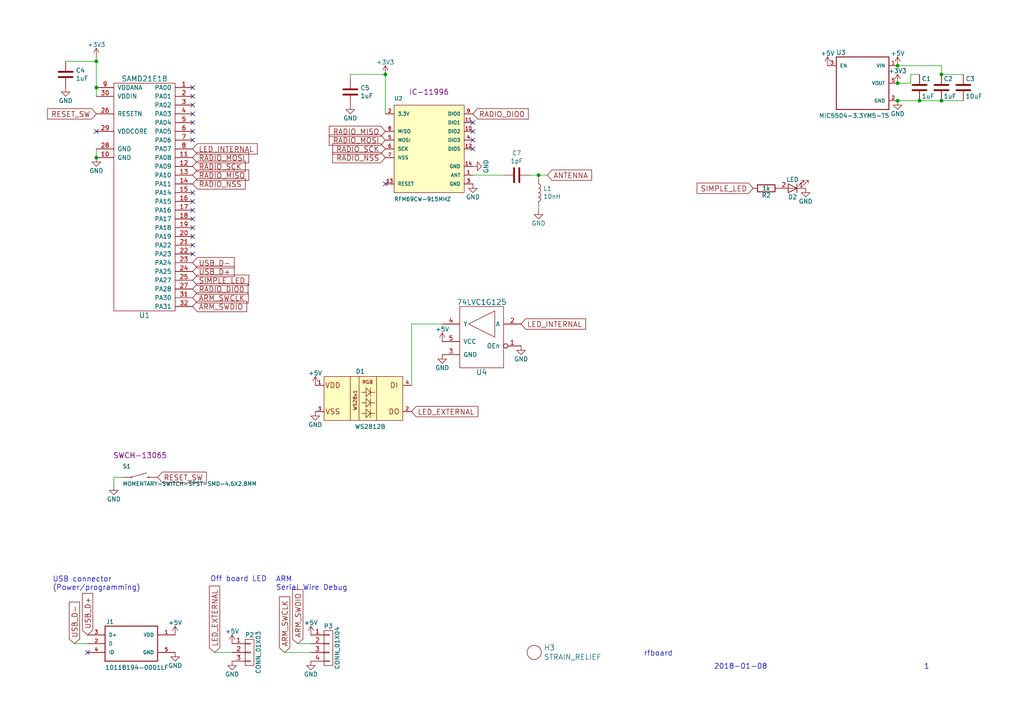
<source format=kicad_sch>
(kicad_sch (version 20230121) (generator eeschema)
  (paper "A4")
  (lib_symbols
    (symbol "Device:C" (pin_numbers hide) (pin_names (offset 0.254))
      (property "Reference" "C" (at 0.635 2.54 0))
      (property "Value" "C" (at 0.635 -2.54 0))
      (symbol "C_0_1"
        (polyline (pts (xy -2.032 -0.762) (xy 2.032 -0.762)) (stroke (width 0.508)))
        (polyline (pts (xy -2.032 0.762) (xy 2.032 0.762)) (stroke (width 0.508)))
      )
      (symbol "C_1_1"
        (pin passive line (at 0 3.81 270) (length 2.794) (name "~") (number "1"))
        (pin passive line (at 0 -3.81 90) (length 2.794) (name "~") (number "2"))
      )
    )
    (symbol "Device:L" (pin_numbers hide) (pin_names (offset 1.016) hide)
      (property "Reference" "L" (at -1.27 0 90))
      (property "Value" "L" (at 1.905 0 90))
      (symbol "L_0_1"
        (arc (start 0 -2.54) (mid 0.6323 -1.905) (end 0 -1.27))
        (arc (start 0 -1.27) (mid 0.6323 -0.635) (end 0 0))
        (arc (start 0 0) (mid 0.6323 0.635) (end 0 1.27))
        (arc (start 0 1.27) (mid 0.6323 1.905) (end 0 2.54))
      )
      (symbol "L_1_1"
        (pin passive line (at 0 3.81 270) (length 1.27) (name "1") (number "1"))
        (pin passive line (at 0 -3.81 90) (length 1.27) (name "2") (number "2"))
      )
    )
    (symbol "power:+3V3" (power) (pin_names (offset 0))
      (property "Value" "+3V3" (at 0 3.556 0))
      (symbol "+3V3_0_1"
        (polyline (pts (xy -0.762 1.27) (xy 0 2.54)))
        (polyline (pts (xy 0 0) (xy 0 2.54)))
        (polyline (pts (xy 0 2.54) (xy 0.762 1.27)))
      )
      (symbol "+3V3_1_1"
        (pin power_in line (at 0 0 90) (length 0) hide (name "+3V3") (number "1"))
      )
    )
    (symbol "power:+5V" (power) (pin_names (offset 0))
      (property "Value" "+5V" (at 0 3.556 0))
      (symbol "+5V_0_1"
        (polyline (pts (xy -0.762 1.27) (xy 0 2.54)))
        (polyline (pts (xy 0 0) (xy 0 2.54)))
        (polyline (pts (xy 0 2.54) (xy 0.762 1.27)))
      )
      (symbol "+5V_1_1"
        (pin power_in line (at 0 0 90) (length 0) hide (name "+5V") (number "1"))
      )
    )
    (symbol "power:GND" (power) (pin_names (offset 0))
      (property "Value" "GND" (at 0 -3.81 0))
      (symbol "GND_0_1"
        (polyline (pts (xy 0 0) (xy 0 -1.27) (xy 1.27 -1.27) (xy 0 -2.54) (xy -1.27 -1.27) (xy 0 -1.27)))
      )
      (symbol "GND_1_1"
        (pin power_in line (at 0 0 270) (length 0) hide (name "GND") (number "1"))
      )
    )
    (symbol "rfboard-rescue:10118194-0001LF-10118194-0001LF" (pin_names (offset 1.016))
      (property "Reference" "J" (at -7.366 5.588 0))
      (property "Value" "10118194-0001LF_10118194-0001LF" (at -7.6454 -7.6454 0))
      (symbol "10118194-0001LF-10118194-0001LF_0_0"
        (polyline (pts (xy -7.62 -5.08) (xy 7.62 -5.08)) (stroke (width 0.254)))
        (polyline (pts (xy -7.62 5.08) (xy -7.62 -5.08)) (stroke (width 0.254)))
        (polyline (pts (xy 7.62 -5.08) (xy 7.62 5.08)) (stroke (width 0.254)))
        (polyline (pts (xy 7.62 5.08) (xy -7.62 5.08)) (stroke (width 0.254)))
        (pin power_out line (at 12.7 2.54 180) (length 5.08) (name "VDD") (number "1"))
        (pin bidirectional line (at -12.7 0 0) (length 5.08) (name "D") (number "2"))
        (pin bidirectional line (at -12.7 2.54 0) (length 5.08) (name "D+") (number "3"))
        (pin passive line (at -12.7 -2.54 0) (length 5.08) (name "ID") (number "4"))
        (pin power_out line (at 12.7 -2.54 180) (length 5.08) (name "GND") (number "5"))
      )
    )
    (symbol "rfboard-rescue:74LVC1G125" (pin_names (offset 1.016))
      (property "Reference" "U" (at 1.27 -12.7 0))
      (property "Value" "74LVC1G125" (at 1.27 7.62 0))
      (symbol "74LVC1G125_0_1"
        (rectangle (start -5.08 6.35) (end 7.62 -11.43))
        (polyline (pts (xy -2.54 5.08) (xy -2.54 -2.54)))
        (polyline (pts (xy -2.54 -2.54) (xy 5.08 1.27) (xy -2.54 5.08)))
      )
      (symbol "74LVC1G125_1_1"
        (pin input inverted (at -10.16 -5.08 0) (length 5.08) (name "OEn") (number "1"))
        (pin input line (at -10.16 1.27 0) (length 5.08) (name "A") (number "2"))
        (pin power_in line (at 12.7 -7.62 180) (length 5.08) (name "GND") (number "3"))
        (pin output line (at 12.7 1.27 180) (length 5.08) (name "Y") (number "4"))
        (pin power_in line (at 12.7 -3.81 180) (length 5.08) (name "VCC") (number "5"))
      )
    )
    (symbol "rfboard-rescue:C" (pin_numbers hide) (pin_names (offset 0.254))
      (property "Reference" "C" (at 0.635 2.54 0))
      (property "Value" "C" (at 0.635 -2.54 0))
      (symbol "C_0_1"
        (polyline (pts (xy -2.032 -0.762) (xy 2.032 -0.762)) (stroke (width 0.508)))
        (polyline (pts (xy -2.032 0.762) (xy 2.032 0.762)) (stroke (width 0.508)))
      )
      (symbol "C_1_1"
        (pin passive line (at 0 3.81 270) (length 2.794) (name "~") (number "1"))
        (pin passive line (at 0 -3.81 90) (length 2.794) (name "~") (number "2"))
      )
    )
    (symbol "rfboard-rescue:CONN_01X03" (pin_names (offset 1.016) hide)
      (property "Reference" "J" (at 0 5.08 0))
      (property "Value" "CONN_01X03" (at 2.54 0 90))
      (symbol "CONN_01X03_0_1"
        (rectangle (start -1.27 -2.413) (end 0.254 -2.667))
        (rectangle (start -1.27 0.127) (end 0.254 -0.127))
        (rectangle (start -1.27 2.667) (end 0.254 2.413))
        (rectangle (start -1.27 3.81) (end 1.27 -3.81))
      )
      (symbol "CONN_01X03_1_1"
        (pin passive line (at -5.08 2.54 0) (length 3.81) (name "P1") (number "1"))
        (pin passive line (at -5.08 0 0) (length 3.81) (name "P2") (number "2"))
        (pin passive line (at -5.08 -2.54 0) (length 3.81) (name "P3") (number "3"))
      )
    )
    (symbol "rfboard-rescue:CONN_01X04" (pin_names (offset 1.016) hide)
      (property "Reference" "J" (at 0 6.35 0))
      (property "Value" "CONN_01X04" (at 2.54 0 90))
      (symbol "CONN_01X04_0_1"
        (rectangle (start -1.27 -3.683) (end 0.254 -3.937))
        (rectangle (start -1.27 -1.143) (end 0.254 -1.397))
        (rectangle (start -1.27 1.397) (end 0.254 1.143))
        (rectangle (start -1.27 3.937) (end 0.254 3.683))
        (rectangle (start -1.27 5.08) (end 1.27 -5.08))
      )
      (symbol "CONN_01X04_1_1"
        (pin passive line (at -5.08 3.81 0) (length 3.81) (name "P1") (number "1"))
        (pin passive line (at -5.08 1.27 0) (length 3.81) (name "P2") (number "2"))
        (pin passive line (at -5.08 -1.27 0) (length 3.81) (name "P3") (number "3"))
        (pin passive line (at -5.08 -3.81 0) (length 3.81) (name "P4") (number "4"))
      )
    )
    (symbol "rfboard-rescue:HOLE-Homebrew" (pin_names (offset 1.016))
      (property "Reference" "H" (at 0 -3.302 0))
      (property "Value" "Homebrew_HOLE" (at 0 3.048 0))
      (symbol "HOLE-Homebrew_0_1"
        (circle (center 0 0) (radius 2.0574))
      )
    )
    (symbol "rfboard-rescue:LED" (pin_names (offset 1.016) hide)
      (property "Reference" "D" (at 0 2.54 0))
      (property "Value" "LED" (at 0 -2.54 0))
      (symbol "LED_0_1"
        (polyline (pts (xy -1.27 -1.27) (xy -1.27 1.27)) (stroke (width 0.2032)))
        (polyline (pts (xy -1.27 0) (xy 1.27 0)))
        (polyline (pts (xy 1.27 -1.27) (xy 1.27 1.27) (xy -1.27 0) (xy 1.27 -1.27)) (stroke (width 0.2032)))
        (polyline (pts (xy -3.048 -0.762) (xy -4.572 -2.286) (xy -3.81 -2.286) (xy -4.572 -2.286) (xy -4.572 -1.524)))
        (polyline (pts (xy -1.778 -0.762) (xy -3.302 -2.286) (xy -2.54 -2.286) (xy -3.302 -2.286) (xy -3.302 -1.524)))
      )
      (symbol "LED_1_1"
        (pin passive line (at -3.81 0 0) (length 2.54) (name "K") (number "1"))
        (pin passive line (at 3.81 0 180) (length 2.54) (name "A") (number "2"))
      )
    )
    (symbol "rfboard-rescue:MIC5504-3.3YM5-T5-MIC5504-3.3YM5-T5" (pin_names (offset 1.016))
      (property "Reference" "U" (at -7.6454 8.1534 0))
      (property "Value" "MIC5504-3.3YM5-T5_MIC5504-3.3YM5-T5" (at -7.6454 -10.1854 0))
      (symbol "MIC5504-3.3YM5-T5-MIC5504-3.3YM5-T5_0_0"
        (polyline (pts (xy -7.62 -7.62) (xy 7.62 -7.62)) (stroke (width 0.254)))
        (polyline (pts (xy -7.62 7.62) (xy -7.62 -7.62)) (stroke (width 0.254)))
        (polyline (pts (xy 7.62 -7.62) (xy 7.62 7.62)) (stroke (width 0.254)))
        (polyline (pts (xy 7.62 7.62) (xy -7.62 7.62)) (stroke (width 0.254)))
        (pin power_in line (at 10.16 5.08 180) (length 2.54) (name "VIN") (number "1"))
        (pin power_in line (at 10.16 -5.08 180) (length 2.54) (name "GND") (number "2"))
        (pin input line (at -10.16 5.08 0) (length 2.54) (name "EN") (number "3"))
        (pin output line (at 10.16 0 180) (length 2.54) (name "VOUT") (number "5"))
      )
    )
    (symbol "rfboard-rescue:MOMENTARY-SWITCH-SPST-SMD-4.6X2.8MM-SparkFun-Switches" (pin_numbers hide) (pin_names (offset 1.016) hide)
      (property "Reference" "S" (at -5.08 2.54 0))
      (property "Value" "SparkFun-Switches_MOMENTARY-SWITCH-SPST-SMD-4.6X2.8MM" (at -5.08 -2.54 0))
      (property "Field4" "SWCH-13065" (at 0 6.35 0))
      (symbol "MOMENTARY-SWITCH-SPST-SMD-4.6X2.8MM-SparkFun-Switches_1_0"
        (polyline (pts (xy -2.54 0) (xy 1.905 1.27)))
        (polyline (pts (xy 1.905 0) (xy 2.54 0)))
      )
      (symbol "MOMENTARY-SWITCH-SPST-SMD-4.6X2.8MM-SparkFun-Switches_1_1"
        (circle (center -2.54 0) (radius 0.127) (fill (type outline)))
        (circle (center 2.54 0) (radius 0.127) (fill (type outline)))
        (pin passive line (at -5.08 0 0) (length 2.54) (name "1") (number "1"))
        (pin passive line (at -5.08 0 0) (length 2.54) hide (name "1") (number "2"))
        (pin passive line (at 5.08 0 180) (length 2.54) (name "2") (number "3"))
        (pin passive line (at 5.08 0 180) (length 2.54) hide (name "2") (number "4"))
      )
    )
    (symbol "rfboard-rescue:R" (pin_numbers hide) (pin_names (offset 0))
      (property "Reference" "R" (at 2.032 0 90))
      (property "Value" "R" (at 0 0 90))
      (symbol "R_0_1"
        (rectangle (start -1.016 -2.54) (end 1.016 2.54) (stroke (width 0.254)))
      )
      (symbol "R_1_1"
        (pin passive line (at 0 3.81 270) (length 1.27) (name "~") (number "1"))
        (pin passive line (at 0 -3.81 90) (length 1.27) (name "~") (number "2"))
      )
    )
    (symbol "rfboard-rescue:RFM69CW-915MHZ-SparkFun-RF" (pin_names (offset 1.016))
      (property "Reference" "U" (at -10.16 13.97 0))
      (property "Value" "SparkFun-RF_RFM69CW-915MHZ" (at -10.16 -15.24 0))
      (property "Field4" "IC-11996" (at 0 16.51 0))
      (symbol "RFM69CW-915MHZ-SparkFun-RF_1_1"
        (polyline (pts (xy -10.16 12.7) (xy -10.16 -12.7) (xy 10.16 -12.7) (xy 10.16 12.7) (xy -10.16 12.7)) (fill (type background)))
        (pin passive line (at 12.7 -7.62 180) (length 2.54) (name "ANT") (number "1"))
        (pin bidirectional line (at 12.7 5.08 180) (length 2.54) (name "DIO2") (number "10"))
        (pin bidirectional line (at 12.7 7.62 180) (length 2.54) (name "DIO1") (number "11"))
        (pin bidirectional line (at 12.7 0 180) (length 2.54) (name "DIO5") (number "12"))
        (pin input line (at -12.7 -10.16 0) (length 2.54) (name "RESET") (number "13"))
        (pin power_in line (at 12.7 -5.08 180) (length 2.54) (name "GND") (number "14"))
        (pin power_in line (at -12.7 10.16 0) (length 2.54) (name "3.3V") (number "2"))
        (pin power_in line (at 12.7 -10.16 180) (length 2.54) (name "GND") (number "3"))
        (pin bidirectional line (at 12.7 2.54 180) (length 2.54) (name "DIO3") (number "4"))
        (pin input line (at -12.7 2.54 0) (length 2.54) (name "MOSI") (number "5"))
        (pin input line (at -12.7 0 0) (length 2.54) (name "SCK") (number "6"))
        (pin input line (at -12.7 -2.54 0) (length 2.54) (name "NSS") (number "7"))
        (pin bidirectional line (at -12.7 5.08 0) (length 2.54) (name "MISO") (number "8"))
        (pin bidirectional line (at 12.7 10.16 180) (length 2.54) (name "DIO0") (number "9"))
      )
    )
    (symbol "rfboard-rescue:SAMD21E18-Homebrew" (pin_names (offset 1.016))
      (property "Reference" "U" (at -2.54 -36.83 0))
      (property "Value" "Homebrew_SAMD21E18" (at -2.54 31.75 0))
      (symbol "SAMD21E18-Homebrew_0_1"
        (rectangle (start -11.43 30.48) (end 6.35 -35.56))
      )
      (symbol "SAMD21E18-Homebrew_1_1"
        (pin bidirectional line (at 11.43 29.21 180) (length 5.08) (name "PA00") (number "1"))
        (pin power_in line (at -16.51 8.89 0) (length 5.08) (name "GND") (number "10"))
        (pin bidirectional line (at 11.43 8.89 180) (length 5.08) (name "PA08") (number "11"))
        (pin bidirectional line (at 11.43 6.35 180) (length 5.08) (name "PA09") (number "12"))
        (pin bidirectional line (at 11.43 3.81 180) (length 5.08) (name "PA10") (number "13"))
        (pin bidirectional line (at 11.43 1.27 180) (length 5.08) (name "PA11") (number "14"))
        (pin bidirectional line (at 11.43 -1.27 180) (length 5.08) (name "PA14") (number "15"))
        (pin bidirectional line (at 11.43 -3.81 180) (length 5.08) (name "PA15") (number "16"))
        (pin bidirectional line (at 11.43 -6.35 180) (length 5.08) (name "PA16") (number "17"))
        (pin bidirectional line (at 11.43 -8.89 180) (length 5.08) (name "PA17") (number "18"))
        (pin bidirectional line (at 11.43 -11.43 180) (length 5.08) (name "PA18") (number "19"))
        (pin bidirectional line (at 11.43 26.67 180) (length 5.08) (name "PA01") (number "2"))
        (pin bidirectional line (at 11.43 -13.97 180) (length 5.08) (name "PA19") (number "20"))
        (pin bidirectional line (at 11.43 -16.51 180) (length 5.08) (name "PA22") (number "21"))
        (pin bidirectional line (at 11.43 -19.05 180) (length 5.08) (name "PA23") (number "22"))
        (pin bidirectional line (at 11.43 -21.59 180) (length 5.08) (name "PA24") (number "23"))
        (pin bidirectional line (at 11.43 -24.13 180) (length 5.08) (name "PA25") (number "24"))
        (pin bidirectional line (at 11.43 -26.67 180) (length 5.08) (name "PA27") (number "25"))
        (pin input line (at -16.51 21.59 0) (length 5.08) (name "RESETN") (number "26"))
        (pin bidirectional line (at 11.43 -29.21 180) (length 5.08) (name "PA28") (number "27"))
        (pin power_in line (at -16.51 11.43 0) (length 5.08) (name "GND") (number "28"))
        (pin output line (at -16.51 16.51 0) (length 5.08) (name "VDDCORE") (number "29"))
        (pin bidirectional line (at 11.43 24.13 180) (length 5.08) (name "PA02") (number "3"))
        (pin power_in line (at -16.51 26.67 0) (length 5.08) (name "VDDIN") (number "30"))
        (pin bidirectional line (at 11.43 -31.75 180) (length 5.08) (name "PA30") (number "31"))
        (pin bidirectional line (at 11.43 -34.29 180) (length 5.08) (name "PA31") (number "32"))
        (pin bidirectional line (at 11.43 21.59 180) (length 5.08) (name "PA03") (number "4"))
        (pin bidirectional line (at 11.43 19.05 180) (length 5.08) (name "PA04") (number "5"))
        (pin bidirectional line (at 11.43 16.51 180) (length 5.08) (name "PA05") (number "6"))
        (pin bidirectional line (at 11.43 13.97 180) (length 5.08) (name "PA06") (number "7"))
        (pin bidirectional line (at 11.43 11.43 180) (length 5.08) (name "PA07") (number "8"))
        (pin power_in line (at -16.51 29.21 0) (length 5.08) (name "VDDANA") (number "9"))
      )
    )
    (symbol "rfboard-rescue:WS2812B-RESCUE-rfboard" (pin_names (offset 1.016) hide)
      (property "Reference" "D" (at -11.43 8.89 0))
      (property "Value" "WS2812B-RESCUE-rfboard" (at -11.43 -7.62 0))
      (property "Field4" "DIO-12503" (at 0 12.7 0))
      (symbol "WS2812B-RESCUE-rfboard_0_0"
        (text "DI" (at 8.89 5.08 0) (effects (font (size 1.524 1.524))))
        (text "DO" (at 8.89 -2.54 0) (effects (font (size 1.524 1.524))))
        (text "VDD" (at -8.89 5.08 0) (effects (font (size 1.524 1.524))))
        (text "VSS" (at -8.89 -2.54 0) (effects (font (size 1.524 1.524))))
      )
      (symbol "WS2812B-RESCUE-rfboard_1_0"
        (polyline (pts (xy -3.81 7.62) (xy -3.81 -5.08)))
        (polyline (pts (xy -1.27 7.62) (xy -1.27 -5.08)))
        (polyline (pts (xy 0.762 -3.048) (xy -0.508 -3.048)))
        (polyline (pts (xy 0.762 0) (xy -0.508 0)))
        (polyline (pts (xy 0.762 3.048) (xy -0.508 3.048)))
        (polyline (pts (xy 2.032 -3.048) (xy 2.032 -4.318)))
        (polyline (pts (xy 2.032 -3.048) (xy 3.302 -3.048)))
        (polyline (pts (xy 2.032 -1.778) (xy 2.032 -3.048)))
        (polyline (pts (xy 2.032 0) (xy 2.032 -1.27)))
        (polyline (pts (xy 2.032 0) (xy 3.302 0)))
        (polyline (pts (xy 2.032 1.27) (xy 2.032 0)))
        (polyline (pts (xy 2.032 3.048) (xy 2.032 1.778)))
        (polyline (pts (xy 2.032 3.048) (xy 3.302 3.048)))
        (polyline (pts (xy 2.032 4.318) (xy 2.032 3.048)))
        (polyline (pts (xy 3.81 7.62) (xy 3.81 -5.08)))
        (text "RGB" (at 1.1938 6.0198 0) (effects (font (size 1.016 1.016))))
        (text "WS28x1" (at -2.413 0.762 900) (effects (font (size 1.016 1.016))))
      )
      (symbol "WS2812B-RESCUE-rfboard_1_1"
        (polyline (pts (xy 0.762 -1.778) (xy 0.762 -3.048) (xy 0.762 -4.318) (xy 2.032 -3.048) (xy 0.762 -1.778)) (fill (type background)))
        (polyline (pts (xy 0.762 1.27) (xy 0.762 0) (xy 0.762 -1.27) (xy 2.032 0) (xy 0.762 1.27)) (fill (type background)))
        (polyline (pts (xy 0.762 4.318) (xy 0.762 3.048) (xy 0.762 1.778) (xy 2.032 3.048) (xy 0.762 4.318)) (fill (type background)))
        (polyline (pts (xy 11.43 7.62) (xy 11.43 -5.08) (xy 3.81 -5.08) (xy -1.27 -5.08) (xy -3.81 -5.08) (xy -11.43 -5.08) (xy -11.43 7.62) (xy -3.81 7.62) (xy -1.27 7.62) (xy 3.81 7.62) (xy 11.43 7.62)) (fill (type background)))
        (pin power_in line (at -13.97 5.08 0) (length 2.54) (name "VDD") (number "1"))
        (pin output line (at 13.97 -2.54 180) (length 2.54) (name "DO") (number "2"))
        (pin power_in line (at -13.97 -2.54 0) (length 2.54) (name "VSS") (number "3"))
        (pin input line (at 13.97 5.08 180) (length 2.54) (name "DI") (number "4"))
      )
    )
  )
  (junction (at 273.05 29.21))
  (junction (at 260.35 19.05))
  (junction (at 111.76 21.59))
  (junction (at 266.7 29.21))
  (junction (at 27.94 45.72))
  (junction (at 27.94 17.78))
  (junction (at 27.94 25.4))
  (junction (at 260.35 24.13))
  (junction (at 156.21 50.8))
  (junction (at 260.35 29.21))
  (junction (at 273.05 21.59))
  (no_connect (at 55.88 63.5))
  (no_connect (at 111.76 53.34))
  (no_connect (at 137.16 35.56))
  (no_connect (at 55.88 33.02))
  (no_connect (at 55.88 68.58))
  (no_connect (at 27.94 38.1))
  (no_connect (at 55.88 30.48))
  (no_connect (at 55.88 27.94))
  (no_connect (at 55.88 73.66))
  (no_connect (at 55.88 55.88))
  (no_connect (at 137.16 38.1))
  (no_connect (at 55.88 25.4))
  (no_connect (at 55.88 60.96))
  (no_connect (at 55.88 38.1))
  (no_connect (at 55.88 66.04))
  (no_connect (at 55.88 58.42))
  (no_connect (at 25.4 189.23))
  (no_connect (at 137.16 40.64))
  (no_connect (at 55.88 71.12))
  (no_connect (at 55.88 35.56))
  (no_connect (at 55.88 40.64))
  (no_connect (at 137.16 43.18))
  (wire (pts (xy 156.21 59.69) (xy 156.21 60.96)))
  (wire (pts (xy 128.27 93.98) (xy 119.38 93.98)))
  (wire (pts (xy 260.35 29.21) (xy 266.7 29.21)))
  (wire (pts (xy 86.36 186.69) (xy 90.17 186.69)))
  (wire (pts (xy 119.38 93.98) (xy 119.38 111.76)))
  (wire (pts (xy 27.94 45.72) (xy 27.94 43.18)))
  (wire (pts (xy 111.76 21.59) (xy 101.6 21.59)))
  (wire (pts (xy 264.16 24.13) (xy 260.35 24.13)))
  (wire (pts (xy 260.35 19.05) (xy 273.05 19.05)))
  (wire (pts (xy 153.67 50.8) (xy 156.21 50.8)))
  (wire (pts (xy 90.17 189.23) (xy 82.55 189.23)))
  (wire (pts (xy 266.7 21.59) (xy 264.16 21.59)))
  (wire (pts (xy 111.76 21.59) (xy 111.76 33.02)))
  (wire (pts (xy 273.05 19.05) (xy 273.05 21.59)))
  (wire (pts (xy 33.02 138.43) (xy 35.56 138.43)))
  (wire (pts (xy 266.7 29.21) (xy 273.05 29.21)))
  (wire (pts (xy 264.16 21.59) (xy 264.16 24.13)))
  (wire (pts (xy 101.6 21.59) (xy 101.6 22.86)))
  (wire (pts (xy 21.59 186.69) (xy 25.4 186.69)))
  (wire (pts (xy 33.02 140.97) (xy 33.02 138.43)))
  (wire (pts (xy 27.94 16.51) (xy 27.94 17.78)))
  (wire (pts (xy 27.94 17.78) (xy 19.05 17.78)))
  (wire (pts (xy 273.05 29.21) (xy 279.4 29.21)))
  (wire (pts (xy 137.16 50.8) (xy 146.05 50.8)))
  (wire (pts (xy 27.94 27.94) (xy 27.94 25.4)))
  (wire (pts (xy 156.21 50.8) (xy 158.75 50.8)))
  (wire (pts (xy 156.21 52.07) (xy 156.21 50.8)))
  (wire (pts (xy 273.05 21.59) (xy 279.4 21.59)))
  (wire (pts (xy 62.23 189.23) (xy 67.31 189.23)))
  (wire (pts (xy 27.94 17.78) (xy 27.94 25.4)))
  (text "Off board LED" (at 60.96 168.91 0) (effects (font (size 1.524 1.524)) (justify left bottom)))
  (text "rfboard" (at 186.69 190.5 0) (effects (font (size 1.524 1.524)) (justify left bottom)))
  (text "2018-01-08" (at 207.01 194.31 0) (effects (font (size 1.524 1.524)) (justify left bottom)))
  (text "USB connector\n(Power/programming)" (at 15.24 171.45 0) (effects (font (size 1.524 1.524)) (justify left bottom)))
  (text "1	" (at 267.97 194.31 0) (effects (font (size 1.524 1.524)) (justify left bottom)))
  (text "ARM\nSerial Wire Debug" (at 80.01 171.45 0) (effects (font (size 1.524 1.524)) (justify left bottom)))
  (global_label "SIMPLE_LED" (shape input) (at 55.88 81.28 0) (effects (font (size 1.524 1.524))) (property "Intersheetrefs" "${INTERSHEET_REFS}" (effects hide)))
  (global_label "ARM_SWCLK" (shape input) (at 55.88 86.36 0) (effects (font (size 1.524 1.524))) (property "Intersheetrefs" "${INTERSHEET_REFS}" (effects hide)))
  (global_label "LED_EXTERNAL" (shape input) (at 119.38 119.38 0) (effects (font (size 1.524 1.524))) (property "Intersheetrefs" "${INTERSHEET_REFS}" (effects hide)))
  (global_label "ARM_SWDIO" (shape input) (at 55.88 88.9 0) (effects (font (size 1.524 1.524))) (property "Intersheetrefs" "${INTERSHEET_REFS}" (effects hide)))
  (global_label "RADIO_NSS" (shape input) (at 55.88 53.34 0) (effects (font (size 1.524 1.524))) (property "Intersheetrefs" "${INTERSHEET_REFS}" (effects hide)))
  (global_label "USB_D-" (shape input) (at 55.88 76.2 0) (effects (font (size 1.524 1.524))) (property "Intersheetrefs" "${INTERSHEET_REFS}" (effects hide)))
  (global_label "RADIO_MISO" (shape input) (at 55.88 50.8 0) (effects (font (size 1.524 1.524))) (property "Intersheetrefs" "${INTERSHEET_REFS}" (effects hide)))
  (global_label "USB_D-" (shape input) (at 21.59 186.69 90) (effects (font (size 1.524 1.524))) (property "Intersheetrefs" "${INTERSHEET_REFS}" (effects hide)))
  (global_label "RESET_SW" (shape input) (at 27.94 33.02 180) (effects (font (size 1.524 1.524))) (property "Intersheetrefs" "${INTERSHEET_REFS}" (effects hide)))
  (global_label "RADIO_MISO" (shape input) (at 111.76 38.1 180) (effects (font (size 1.524 1.524))) (property "Intersheetrefs" "${INTERSHEET_REFS}" (effects hide)))
  (global_label "RADIO_MOSI" (shape input) (at 111.76 40.64 180) (effects (font (size 1.524 1.524))) (property "Intersheetrefs" "${INTERSHEET_REFS}" (effects hide)))
  (global_label "RADIO_NSS" (shape input) (at 111.76 45.72 180) (effects (font (size 1.524 1.524))) (property "Intersheetrefs" "${INTERSHEET_REFS}" (effects hide)))
  (global_label "USB_D+" (shape input) (at 55.88 78.74 0) (effects (font (size 1.524 1.524))) (property "Intersheetrefs" "${INTERSHEET_REFS}" (effects hide)))
  (global_label "RADIO_SCK" (shape input) (at 55.88 48.26 0) (effects (font (size 1.524 1.524))) (property "Intersheetrefs" "${INTERSHEET_REFS}" (effects hide)))
  (global_label "LED_INTERNAL" (shape input) (at 151.13 93.98 0) (effects (font (size 1.524 1.524))) (property "Intersheetrefs" "${INTERSHEET_REFS}" (effects hide)))
  (global_label "ARM_SWCLK" (shape input) (at 82.55 189.23 90) (effects (font (size 1.524 1.524))) (property "Intersheetrefs" "${INTERSHEET_REFS}" (effects hide)))
  (global_label "USB_D+" (shape input) (at 25.4 184.15 90) (effects (font (size 1.524 1.524))) (property "Intersheetrefs" "${INTERSHEET_REFS}" (effects hide)))
  (global_label "ANTENNA" (shape input) (at 158.75 50.8 0) (effects (font (size 1.524 1.524))) (property "Intersheetrefs" "${INTERSHEET_REFS}" (effects hide)))
  (global_label "ARM_SWDIO" (shape input) (at 86.36 186.69 90) (effects (font (size 1.524 1.524))) (property "Intersheetrefs" "${INTERSHEET_REFS}" (effects hide)))
  (global_label "SIMPLE_LED" (shape input) (at 218.44 54.61 180) (effects (font (size 1.524 1.524))) (property "Intersheetrefs" "${INTERSHEET_REFS}" (effects hide)))
  (global_label "RADIO_MOSI" (shape input) (at 55.88 45.72 0) (effects (font (size 1.524 1.524))) (property "Intersheetrefs" "${INTERSHEET_REFS}" (effects hide)))
  (global_label "RADIO_SCK" (shape input) (at 111.76 43.18 180) (effects (font (size 1.524 1.524))) (property "Intersheetrefs" "${INTERSHEET_REFS}" (effects hide)))
  (global_label "RADIO_DIO0" (shape input) (at 55.88 83.82 0) (effects (font (size 1.524 1.524))) (property "Intersheetrefs" "${INTERSHEET_REFS}" (effects hide)))
  (global_label "RADIO_DIO0" (shape input) (at 137.16 33.02 0) (effects (font (size 1.524 1.524))) (property "Intersheetrefs" "${INTERSHEET_REFS}" (effects hide)))
  (global_label "LED_INTERNAL" (shape input) (at 55.88 43.18 0) (effects (font (size 1.524 1.524))) (property "Intersheetrefs" "${INTERSHEET_REFS}" (effects hide)))
  (global_label "RESET_SW" (shape input) (at 45.72 138.43 0) (effects (font (size 1.524 1.524))) (property "Intersheetrefs" "${INTERSHEET_REFS}" (effects hide)))
  (global_label "LED_EXTERNAL" (shape input) (at 62.23 189.23 90) (effects (font (size 1.524 1.524))) (property "Intersheetrefs" "${INTERSHEET_REFS}" (effects hide)))
  (symbol (lib_id "rfboard-rescue:CONN_01X03") (at 72.39 189.23 0) (unit 1)
    (property "Reference" "P2" (at 72.39 184.15 0))
    (property "Value" "CONN_01X03" (at 74.93 189.23 90))
    (property "Footprint" "Connector_PinHeader_2.54mm:PinHeader_1x03_P2.54mm_Vertical" (effects hide))
  )
  (symbol (lib_id "power:+5V") (at 67.31 186.69 0) (unit 1)
    (property "Reference" "#PWR01" (effects hide))
    (property "Value" "+5V" (at 67.31 183.134 0))
  )
  (symbol (lib_id "power:GND") (at 67.31 191.77 0) (unit 1)
    (property "Reference" "#PWR02" (effects hide))
    (property "Value" "GND" (at 67.31 195.58 0))
  )
  (symbol (lib_id "rfboard-rescue:CONN_01X04") (at 95.25 187.96 0) (unit 1)
    (property "Reference" "P3" (at 95.25 181.61 0))
    (property "Value" "CONN_01X04" (at 97.79 187.96 90))
    (property "Footprint" "Connector_PinHeader_2.54mm:PinHeader_1x04_P2.54mm_Vertical" (effects hide))
  )
  (symbol (lib_id "power:GND") (at 90.17 191.77 0) (unit 1)
    (property "Reference" "#PWR03" (effects hide))
    (property "Value" "GND" (at 90.17 195.58 0))
  )
  (symbol (lib_id "power:+5V") (at 50.8 184.15 0) (unit 1)
    (property "Reference" "#PWR04" (effects hide))
    (property "Value" "+5V" (at 50.8 180.594 0))
  )
  (symbol (lib_id "power:GND") (at 50.8 189.23 0) (unit 1)
    (property "Reference" "#PWR05" (effects hide))
    (property "Value" "GND" (at 50.8 193.04 0))
  )
  (symbol (lib_id "power:GND") (at 137.16 48.26 90) (unit 1)
    (property "Reference" "#PWR06" (effects hide))
    (property "Value" "GND" (at 140.97 48.26 0))
  )
  (symbol (lib_id "power:GND") (at 137.16 53.34 0) (unit 1)
    (property "Reference" "#PWR07" (effects hide))
    (property "Value" "GND" (at 137.16 57.15 0))
  )
  (symbol (lib_id "rfboard-rescue:WS2812B-RESCUE-rfboard") (at 105.41 116.84 0) (unit 1)
    (property "Reference" "D1" (at 103.124 108.458 0) (effects (justify left bottom)))
    (property "Value" "WS2812B" (at 102.87 124.46 0) (effects (justify left bottom)))
    (property "Footprint" "homebrew:WS2812B" (effects hide))
  )
  (symbol (lib_id "power:+5V") (at 91.44 111.76 0) (unit 1)
    (property "Reference" "#PWR08" (effects hide))
    (property "Value" "+5V" (at 91.44 108.204 0))
  )
  (symbol (lib_id "power:GND") (at 91.44 119.38 0) (unit 1)
    (property "Reference" "#PWR09" (effects hide))
    (property "Value" "GND" (at 91.44 123.19 0))
  )
  (symbol (lib_id "power:GND") (at 260.35 29.21 0) (unit 1)
    (property "Reference" "#PWR010" (effects hide))
    (property "Value" "GND" (at 260.35 33.02 0))
  )
  (symbol (lib_id "power:+5V") (at 240.03 19.05 0) (unit 1)
    (property "Reference" "#PWR011" (effects hide))
    (property "Value" "+5V" (at 240.03 15.494 0))
  )
  (symbol (lib_id "power:+3V3") (at 260.35 24.13 0) (unit 1)
    (property "Reference" "#PWR012" (effects hide))
    (property "Value" "+3V3" (at 260.35 20.574 0))
  )
  (symbol (lib_id "power:+3V3") (at 111.76 21.59 0) (unit 1)
    (property "Reference" "#PWR013" (effects hide))
    (property "Value" "+3V3" (at 111.76 18.034 0))
  )
  (symbol (lib_id "rfboard-rescue:10118194-0001LF-10118194-0001LF") (at 38.1 186.69 0) (unit 1)
    (property "Reference" "J1" (at 30.7086 181.0766 0) (effects (justify left bottom)))
    (property "Value" "10118194-0001LF" (at 30.4546 194.3354 0) (effects (justify left bottom)))
    (property "Footprint" "homebrew:FRAMATOME_10118194-0001LF_fixed_bridges" (effects hide))
    (property "Datasheet" "Amphenol" (effects hide))
    (property "Field4" "0.25 USD" (effects hide))
    (property "Field5" "DIP-4 FCI" (effects hide))
    (property "Field6" "Good" (effects hide))
    (property "Field7" "10118194-0001LF" (effects hide))
    (property "Field8" "CONN USB MICRO B RECPT SMT R/A" (effects hide))
  )
  (symbol (lib_id "rfboard-rescue:RFM69CW-915MHZ-SparkFun-RF") (at 124.46 43.18 0) (unit 1)
    (property "Reference" "U2" (at 114.3 29.21 0) (effects (font (size 1.143 1.143)) (justify left bottom)))
    (property "Value" "RFM69CW-915MHZ" (at 114.3 58.42 0) (effects (font (size 1.143 1.143)) (justify left bottom)))
    (property "Footprint" "homebrew:RFM69CW-minimalpads" (effects hide))
    (property "Field4" "IC-11996" (at 124.46 26.67 0) (effects (font (size 1.524 1.524))))
  )
  (symbol (lib_id "rfboard-rescue:MIC5504-3.3YM5-T5-MIC5504-3.3YM5-T5") (at 250.19 24.13 0) (unit 1)
    (property "Reference" "U3" (at 242.5446 15.9766 0) (effects (justify left bottom)))
    (property "Value" "MIC5504-3.3YM5-T5" (at 237.49 34.29 0) (effects (justify left bottom)))
    (property "Footprint" "MIC5504-3.3YM5-T5:SOT23-5P95_280X145XL45X37N" (effects hide))
    (property "Datasheet" "Microchip" (effects hide))
    (property "Field4" "SOT-23-5 Microchip" (effects hide))
    (property "Field5" "MIC5504-3.3YM5-T5" (effects hide))
    (property "Field6" "IC REG LINEAR 3.3V 300MA SOT23-5" (effects hide))
    (property "Field7" "Good" (effects hide))
    (property "Field8" "0.13 USD" (effects hide))
  )
  (symbol (lib_id "power:+5V") (at 260.35 19.05 0) (unit 1)
    (property "Reference" "#PWR014" (effects hide))
    (property "Value" "+5V" (at 260.35 15.494 0))
  )
  (symbol (lib_id "rfboard-rescue:C") (at 266.7 25.4 0) (unit 1)
    (property "Reference" "C1" (at 267.335 22.86 0) (effects (justify left)))
    (property "Value" "1uF" (at 267.335 27.94 0) (effects (justify left)))
    (property "Footprint" "Capacitor_SMD:C_0603_1608Metric" (effects hide))
  )
  (symbol (lib_id "rfboard-rescue:C") (at 273.05 25.4 0) (unit 1)
    (property "Reference" "C2" (at 273.685 22.86 0) (effects (justify left)))
    (property "Value" "1uF" (at 273.685 27.94 0) (effects (justify left)))
    (property "Footprint" "Capacitor_SMD:C_0603_1608Metric" (effects hide))
  )
  (symbol (lib_id "rfboard-rescue:C") (at 279.4 25.4 0) (unit 1)
    (property "Reference" "C3" (at 280.035 22.86 0) (effects (justify left)))
    (property "Value" "10uF" (at 280.035 27.94 0) (effects (justify left)))
    (property "Footprint" "Capacitor_SMD:C_0805_2012Metric" (effects hide))
  )
  (symbol (lib_id "rfboard-rescue:SAMD21E18-Homebrew") (at 44.45 54.61 0) (unit 1)
    (property "Reference" "U1" (at 41.91 91.44 0) (effects (font (size 1.524 1.524))))
    (property "Value" "SAMD21E18" (at 41.91 22.86 0) (effects (font (size 1.524 1.524))))
    (property "Footprint" "Sparkfun-Silicon-Standard:TQFP32-08" (effects hide))
  )
  (symbol (lib_id "power:+3V3") (at 27.94 16.51 0) (unit 1)
    (property "Reference" "#PWR015" (effects hide))
    (property "Value" "+3V3" (at 27.94 12.954 0))
  )
  (symbol (lib_id "power:GND") (at 27.94 45.72 0) (unit 1)
    (property "Reference" "#PWR016" (effects hide))
    (property "Value" "GND" (at 27.94 49.53 0))
  )
  (symbol (lib_id "rfboard-rescue:LED") (at 229.87 54.61 180) (unit 1)
    (property "Reference" "D2" (at 229.87 57.15 0))
    (property "Value" "LED" (at 229.87 52.07 0))
    (property "Footprint" "LED_SMD:LED_0603_1608Metric" (effects hide))
  )
  (symbol (lib_id "power:GND") (at 233.68 54.61 0) (unit 1)
    (property "Reference" "#PWR017" (effects hide))
    (property "Value" "GND" (at 233.68 58.42 0))
  )
  (symbol (lib_id "rfboard-rescue:R") (at 222.25 54.61 270) (unit 1)
    (property "Reference" "R2" (at 222.25 56.642 90))
    (property "Value" "1k" (at 222.25 54.61 90))
    (property "Footprint" "Resistor_SMD:R_0603_1608Metric" (effects hide))
  )
  (symbol (lib_id "power:+5V") (at 90.17 184.15 0) (unit 1)
    (property "Reference" "#PWR025" (effects hide))
    (property "Value" "+5V" (at 90.17 180.594 0))
  )
  (symbol (lib_id "rfboard-rescue:74LVC1G125") (at 140.97 95.25 0) (mirror y) (unit 1)
    (property "Reference" "U4" (at 139.7 107.95 0) (effects (font (size 1.524 1.524))))
    (property "Value" "74LVC1G125" (at 139.7 87.63 0) (effects (font (size 1.524 1.524))))
    (property "Footprint" "Package_TO_SOT_SMD:SOT-353_SC-70-5" (effects hide))
  )
  (symbol (lib_id "power:GND") (at 128.27 102.87 0) (unit 1)
    (property "Reference" "#PWR026" (effects hide))
    (property "Value" "GND" (at 128.27 106.68 0))
  )
  (symbol (lib_id "power:+5V") (at 128.27 99.06 0) (unit 1)
    (property "Reference" "#PWR027" (effects hide))
    (property "Value" "+5V" (at 128.27 95.504 0))
  )
  (symbol (lib_id "power:GND") (at 151.13 100.33 0) (unit 1)
    (property "Reference" "#PWR028" (effects hide))
    (property "Value" "GND" (at 151.13 104.14 0))
  )
  (symbol (lib_id "power:GND") (at 33.02 140.97 0) (unit 1)
    (property "Reference" "#PWR029" (effects hide))
    (property "Value" "GND" (at 33.02 144.78 0))
  )
  (symbol (lib_id "rfboard-rescue:MOMENTARY-SWITCH-SPST-SMD-4.6X2.8MM-SparkFun-Switches") (at 40.64 138.43 0) (unit 1)
    (property "Reference" "S1" (at 35.56 135.89 0) (effects (font (size 1.143 1.143)) (justify left bottom)))
    (property "Value" "MOMENTARY-SWITCH-SPST-SMD-4.6X2.8MM" (at 35.56 140.97 0) (effects (font (size 1.143 1.143)) (justify left bottom)))
    (property "Footprint" "Sparkfun-Switches:TACTILE_SWITCH_SMD_4.6X2.8MM" (effects hide))
    (property "Field4" "SWCH-13065" (at 40.64 132.08 0) (effects (font (size 1.524 1.524))))
  )
  (symbol (lib_id "Device:C") (at 19.05 21.59 0) (unit 1)
    (property "Reference" "C4" (at 21.971 20.4216 0) (effects (justify left)))
    (property "Value" "1uF" (at 21.971 22.733 0) (effects (justify left)))
    (property "Footprint" "Capacitor_SMD:C_0603_1608Metric" (effects hide))
  )
  (symbol (lib_id "power:GND") (at 19.05 25.4 0) (unit 1)
    (property "Reference" "#PWR031" (effects hide))
    (property "Value" "GND" (at 19.05 29.21 0))
  )
  (symbol (lib_id "Device:C") (at 101.6 26.67 0) (unit 1)
    (property "Reference" "C5" (at 104.521 25.5016 0) (effects (justify left)))
    (property "Value" "1uF" (at 104.521 27.813 0) (effects (justify left)))
    (property "Footprint" "Capacitor_SMD:C_0603_1608Metric" (effects hide))
  )
  (symbol (lib_id "power:GND") (at 101.6 30.48 0) (unit 1)
    (property "Reference" "#PWR032" (effects hide))
    (property "Value" "GND" (at 101.6 34.29 0))
  )
  (symbol (lib_id "rfboard-rescue:HOLE-Homebrew") (at 154.94 189.23 0) (unit 1)
    (property "Reference" "H3" (at 157.7086 187.8838 0) (effects (font (size 1.524 1.524)) (justify left)))
    (property "Value" "STRAIN_RELIEF" (at 157.7086 190.5762 0) (effects (font (size 1.524 1.524)) (justify left)))
    (property "Footprint" "homebrew:3_pin_2.54mm_pitch_strain_relief" (effects hide))
  )
  (symbol (lib_id "Device:C") (at 149.86 50.8 270) (unit 1)
    (property "Reference" "C7" (at 149.86 44.3992 90))
    (property "Value" "1pF" (at 149.86 46.7106 90))
    (property "Footprint" "Capacitor_SMD:C_0603_1608Metric" (effects hide))
  )
  (symbol (lib_id "Device:L") (at 156.21 55.88 0) (unit 1)
    (property "Reference" "L1" (at 157.5562 54.7116 0) (effects (justify left)))
    (property "Value" "10nH" (at 157.5562 57.023 0) (effects (justify left)))
    (property "Footprint" "Inductor_SMD:L_0603_1608Metric" (effects hide))
  )
  (symbol (lib_id "power:GND") (at 156.21 60.96 0) (unit 1)
    (property "Reference" "#PWR019" (effects hide))
    (property "Value" "GND" (at 156.21 64.77 0))
  )
)
</source>
